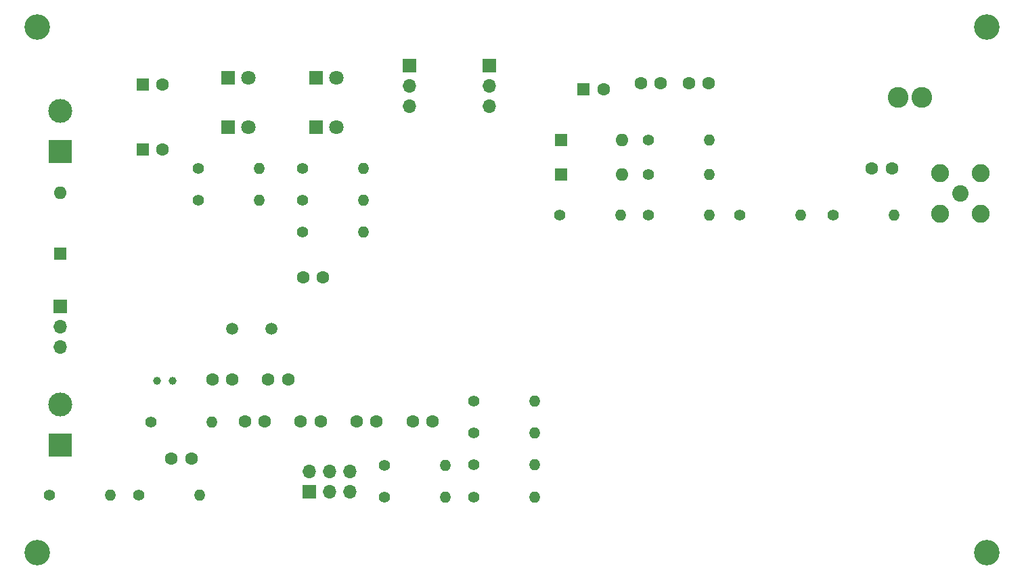
<source format=gbr>
%TF.GenerationSoftware,KiCad,Pcbnew,7.0.10*%
%TF.CreationDate,2024-04-24T14:51:44+08:00*%
%TF.ProjectId,pcb,7063622e-6b69-4636-9164-5f7063625858,rev?*%
%TF.SameCoordinates,Original*%
%TF.FileFunction,Soldermask,Bot*%
%TF.FilePolarity,Negative*%
%FSLAX46Y46*%
G04 Gerber Fmt 4.6, Leading zero omitted, Abs format (unit mm)*
G04 Created by KiCad (PCBNEW 7.0.10) date 2024-04-24 14:51:44*
%MOMM*%
%LPD*%
G01*
G04 APERTURE LIST*
%ADD10C,1.400000*%
%ADD11O,1.400000X1.400000*%
%ADD12R,1.800000X1.800000*%
%ADD13C,1.800000*%
%ADD14C,1.600000*%
%ADD15R,1.700000X1.700000*%
%ADD16O,1.700000X1.700000*%
%ADD17C,3.200000*%
%ADD18C,1.500000*%
%ADD19R,3.000000X3.000000*%
%ADD20C,3.000000*%
%ADD21R,1.600000X1.600000*%
%ADD22O,1.600000X1.600000*%
%ADD23C,2.050000*%
%ADD24C,2.250000*%
%ADD25C,1.000000*%
%ADD26C,2.600000*%
G04 APERTURE END LIST*
D10*
%TO.C,R12*%
X69596000Y-107188000D03*
D11*
X77216000Y-107188000D03*
%TD*%
D12*
%TO.C,D4*%
X102985000Y-61150000D03*
D13*
X105525000Y-61150000D03*
%TD*%
D14*
%TO.C,C12*%
X143600000Y-55626000D03*
X146100000Y-55626000D03*
%TD*%
D15*
%TO.C,J4*%
X102108000Y-106800000D03*
D16*
X102108000Y-104260000D03*
X104648000Y-106800000D03*
X104648000Y-104260000D03*
X107188000Y-106800000D03*
X107188000Y-104260000D03*
%TD*%
D10*
%TO.C,R7*%
X101290000Y-66325000D03*
D11*
X108910000Y-66325000D03*
%TD*%
D17*
%TO.C,H1*%
X68100000Y-48600000D03*
%TD*%
D10*
%TO.C,R15*%
X122682000Y-99442000D03*
D11*
X130302000Y-99442000D03*
%TD*%
D10*
%TO.C,R16*%
X122682000Y-95442000D03*
D11*
X130302000Y-95442000D03*
%TD*%
D14*
%TO.C,C8*%
X101062000Y-98000000D03*
X103562000Y-98000000D03*
%TD*%
D10*
%TO.C,R9*%
X111506000Y-103500000D03*
D11*
X119126000Y-103500000D03*
%TD*%
D12*
%TO.C,D1*%
X103000000Y-55000000D03*
D13*
X105540000Y-55000000D03*
%TD*%
D10*
%TO.C,R17*%
X144526000Y-72136000D03*
D11*
X152146000Y-72136000D03*
%TD*%
D18*
%TO.C,Y1*%
X92500000Y-86360000D03*
X97400000Y-86360000D03*
%TD*%
D10*
%TO.C,R5*%
X88290000Y-66325000D03*
D11*
X95910000Y-66325000D03*
%TD*%
D14*
%TO.C,C6*%
X97000000Y-92710000D03*
X99500000Y-92710000D03*
%TD*%
D10*
%TO.C,R20*%
X144526000Y-62738000D03*
D11*
X152146000Y-62738000D03*
%TD*%
D12*
%TO.C,D2*%
X92000000Y-55000000D03*
D13*
X94540000Y-55000000D03*
%TD*%
D10*
%TO.C,R19*%
X167640000Y-72136000D03*
D11*
X175260000Y-72136000D03*
%TD*%
D10*
%TO.C,R8*%
X111506000Y-107500000D03*
D11*
X119126000Y-107500000D03*
%TD*%
D12*
%TO.C,D3*%
X91985000Y-61150000D03*
D13*
X94525000Y-61150000D03*
%TD*%
D17*
%TO.C,H4*%
X68100000Y-114400000D03*
%TD*%
D19*
%TO.C,J5*%
X70950000Y-101000000D03*
D20*
X70950000Y-95920000D03*
%TD*%
D21*
%TO.C,C1*%
X81300000Y-55800000D03*
D14*
X83800000Y-55800000D03*
%TD*%
D21*
%TO.C,D6*%
X133604000Y-62738000D03*
D22*
X141224000Y-62738000D03*
%TD*%
D10*
%TO.C,R10*%
X101335000Y-74325000D03*
D11*
X108955000Y-74325000D03*
%TD*%
D10*
%TO.C,R14*%
X144526000Y-67056000D03*
D11*
X152146000Y-67056000D03*
%TD*%
D21*
%TO.C,D7*%
X133604000Y-67056000D03*
D22*
X141224000Y-67056000D03*
%TD*%
D14*
%TO.C,C11*%
X115062000Y-98000000D03*
X117562000Y-98000000D03*
%TD*%
D21*
%TO.C,C10*%
X136462888Y-56388000D03*
D14*
X138962888Y-56388000D03*
%TD*%
D17*
%TO.C,H2*%
X186900000Y-48600000D03*
%TD*%
D10*
%TO.C,R13*%
X82296000Y-98044000D03*
D11*
X89916000Y-98044000D03*
%TD*%
D15*
%TO.C,J2*%
X70950000Y-83581000D03*
D16*
X70950000Y-86121000D03*
X70950000Y-88661000D03*
%TD*%
D14*
%TO.C,C5*%
X101350000Y-80000000D03*
X103850000Y-80000000D03*
%TD*%
D19*
%TO.C,J1*%
X70950000Y-64225000D03*
D20*
X70950000Y-59145000D03*
%TD*%
D14*
%TO.C,C9*%
X94062000Y-98000000D03*
X96562000Y-98000000D03*
%TD*%
D10*
%TO.C,R18*%
X155956000Y-72136000D03*
D11*
X163576000Y-72136000D03*
%TD*%
D10*
%TO.C,R2*%
X122682000Y-107442000D03*
D11*
X130302000Y-107442000D03*
%TD*%
D10*
%TO.C,R1*%
X133490000Y-72190000D03*
D11*
X141110000Y-72190000D03*
%TD*%
D15*
%TO.C,J6*%
X124700000Y-53500000D03*
D16*
X124700000Y-56040000D03*
X124700000Y-58580000D03*
%TD*%
D23*
%TO.C,J7*%
X183580000Y-69460000D03*
D24*
X181040000Y-66920000D03*
X181040000Y-72000000D03*
X186120000Y-66920000D03*
X186120000Y-72000000D03*
%TD*%
D17*
%TO.C,H3*%
X186900000Y-114400000D03*
%TD*%
D14*
%TO.C,C13*%
X149626000Y-55626000D03*
X152126000Y-55626000D03*
%TD*%
%TO.C,C7*%
X90000000Y-92710000D03*
X92500000Y-92710000D03*
%TD*%
D10*
%TO.C,R6*%
X88290000Y-70325000D03*
D11*
X95910000Y-70325000D03*
%TD*%
D14*
%TO.C,C14*%
X172506000Y-66294000D03*
X175006000Y-66294000D03*
%TD*%
D15*
%TO.C,J3*%
X114700000Y-53500000D03*
D16*
X114700000Y-56040000D03*
X114700000Y-58580000D03*
%TD*%
D10*
%TO.C,R4*%
X101290000Y-70325000D03*
D11*
X108910000Y-70325000D03*
%TD*%
D14*
%TO.C,C3*%
X108062000Y-98000000D03*
X110562000Y-98000000D03*
%TD*%
D10*
%TO.C,R11*%
X80772000Y-107188000D03*
D11*
X88392000Y-107188000D03*
%TD*%
D25*
%TO.C,Y2*%
X85024000Y-92900000D03*
X83124000Y-92900000D03*
%TD*%
D21*
%TO.C,C2*%
X81300000Y-64000000D03*
D14*
X83800000Y-64000000D03*
%TD*%
D26*
%TO.C,L1*%
X175792000Y-57404000D03*
X178792000Y-57404000D03*
%TD*%
D14*
%TO.C,C4*%
X84876000Y-102616000D03*
X87376000Y-102616000D03*
%TD*%
D21*
%TO.C,D5*%
X70950000Y-77000000D03*
D22*
X70950000Y-69380000D03*
%TD*%
D10*
%TO.C,R3*%
X122682000Y-103442000D03*
D11*
X130302000Y-103442000D03*
%TD*%
M02*

</source>
